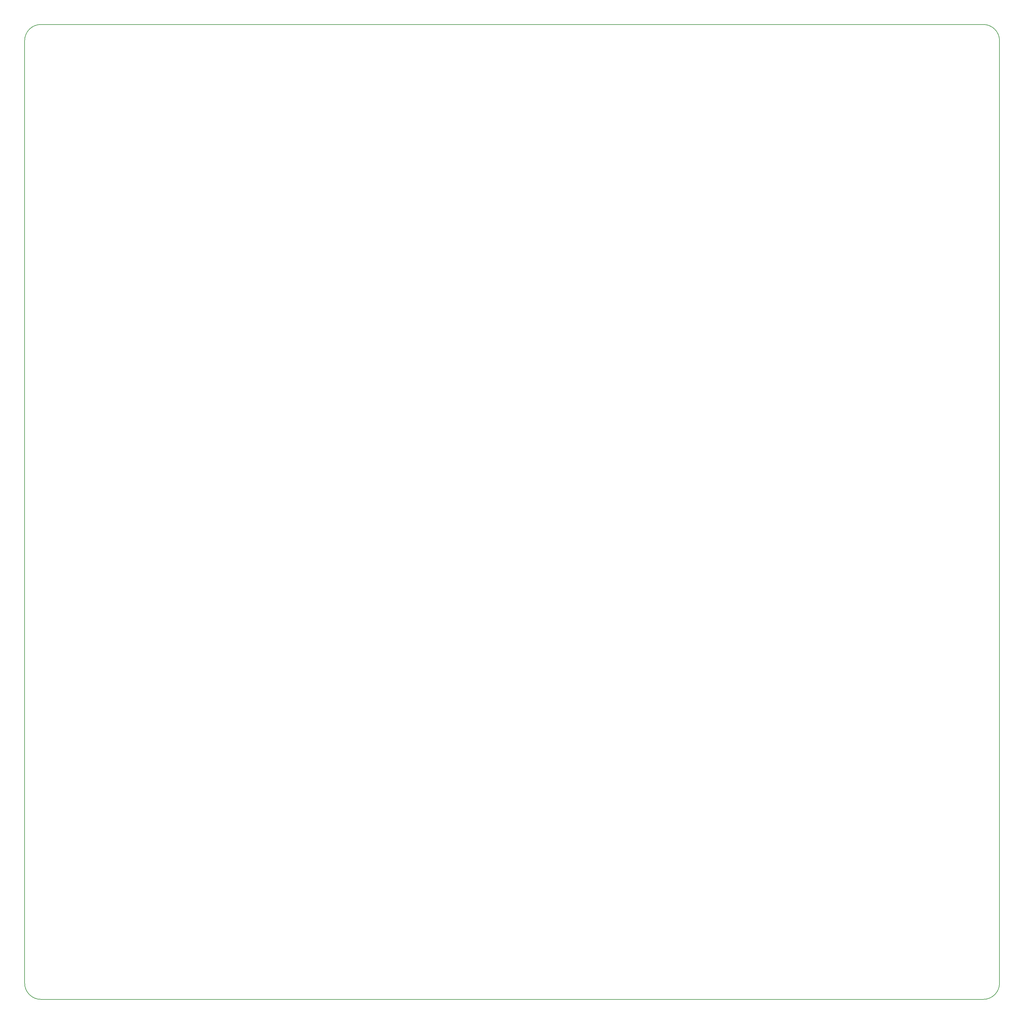
<source format=gbr>
G04 #@! TF.GenerationSoftware,KiCad,Pcbnew,(5.0.0)*
G04 #@! TF.CreationDate,2018-07-31T20:13:39-04:00*
G04 #@! TF.ProjectId,scrabblepad,7363726162626C657061642E6B696361,rev?*
G04 #@! TF.SameCoordinates,Original*
G04 #@! TF.FileFunction,Profile,NP*
%FSLAX46Y46*%
G04 Gerber Fmt 4.6, Leading zero omitted, Abs format (unit mm)*
G04 Created by KiCad (PCBNEW (5.0.0)) date 07/31/18 20:13:39*
%MOMM*%
%LPD*%
G01*
G04 APERTURE LIST*
%ADD10C,0.150000*%
G04 APERTURE END LIST*
D10*
X28575000Y-300037500D02*
X28575000Y-23812500D01*
X309562500Y-304800000D02*
X33337500Y-304800000D01*
X314325000Y-23812500D02*
X314325000Y-300037500D01*
X33337500Y-19050000D02*
X309562500Y-19050000D01*
X33337500Y-19050000D02*
G75*
G03X28575000Y-23812500I0J-4762500D01*
G01*
X28575000Y-300037500D02*
G75*
G03X33337500Y-304800000I4762500J0D01*
G01*
X309562500Y-304800000D02*
G75*
G03X314325000Y-300037500I0J4762500D01*
G01*
X314325000Y-23812500D02*
G75*
G03X309562500Y-19050000I-4762500J0D01*
G01*
M02*

</source>
